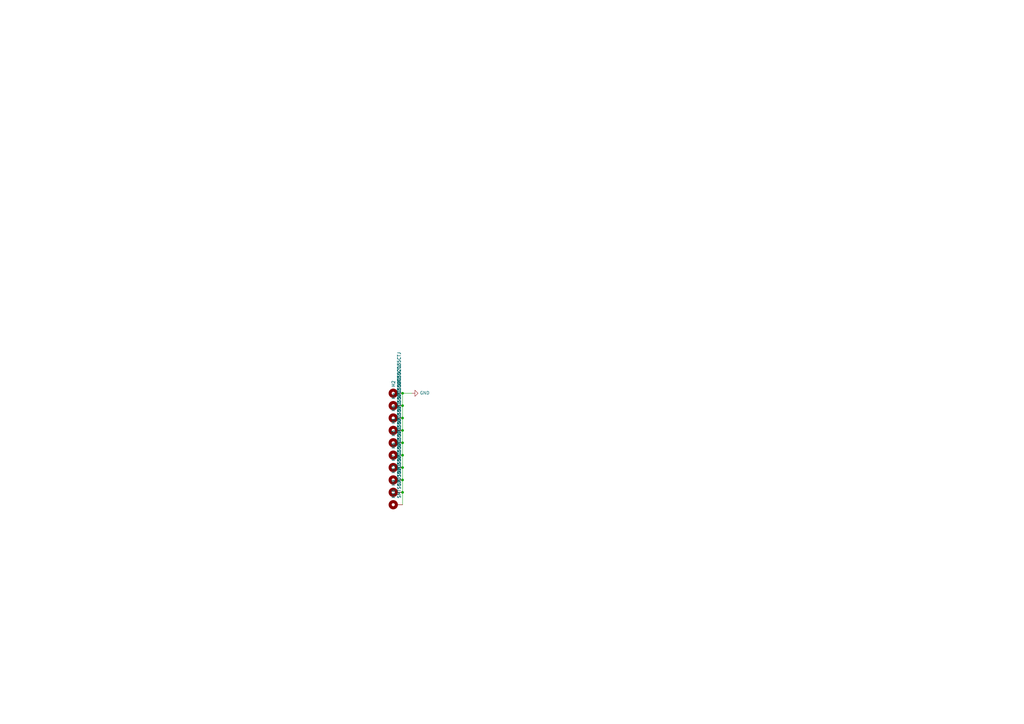
<source format=kicad_sch>
(kicad_sch (version 20231120) (generator "eeschema") (generator_version "8.0")
  (paper "A3")
  (lib_symbols
    (symbol "Mechanical:MountingHole_Pad" (pin_numbers hide) (pin_names (offset 1.016) hide)
      (property "Reference" "H" (at 0 6.35 0))
      (property "Value" "MountingHole_Pad" (at 0 4.445 0))
      (symbol "MountingHole_Pad_0_1"
        (circle (center 0 1.27) (radius 1.27) (stroke (width 1.27)))
      )
      (symbol "MountingHole_Pad_1_1"
        (pin input line (at 0 -2.54 90) (length 2.54) (name "1") (number "1"))
      )
    )
    (symbol "power:GND" (power) (pin_names (offset 0))
      (property "Value" "GND" (at 0 -3.81 0))
      (symbol "GND_0_1"
        (polyline (pts (xy 0 0) (xy 0 -1.27) (xy 1.27 -1.27) (xy 0 -2.54) (xy -1.27 -1.27) (xy 0 -1.27)))
      )
      (symbol "GND_1_1"
        (pin power_in line (at 0 0 270) (length 0) hide (name "GND") (number "1"))
      )
    )
  )
  (junction (at 165.1 166.37))
  (junction (at 165.1 196.85))
  (junction (at 165.1 176.53))
  (junction (at 165.1 171.45))
  (junction (at 165.1 161.29))
  (junction (at 165.1 186.69))
  (junction (at 165.1 181.61))
  (junction (at 165.1 201.93))
  (junction (at 165.1 191.77))
  (wire (pts (xy 165.1 191.77) (xy 165.1 186.69)))
  (wire (pts (xy 165.1 161.29) (xy 168.91 161.29)))
  (wire (pts (xy 165.1 166.37) (xy 165.1 161.29)))
  (wire (pts (xy 165.1 186.69) (xy 165.1 181.61)))
  (wire (pts (xy 165.1 176.53) (xy 165.1 171.45)))
  (wire (pts (xy 165.1 171.45) (xy 165.1 166.37)))
  (wire (pts (xy 165.1 196.85) (xy 165.1 191.77)))
  (wire (pts (xy 165.1 201.93) (xy 165.1 196.85)))
  (wire (pts (xy 165.1 207.01) (xy 165.1 201.93)))
  (wire (pts (xy 165.1 181.61) (xy 165.1 176.53)))
  (symbol (lib_id "Mechanical:MountingHole_Pad") (at 162.56 176.53 90) (unit 1)
    (property "Reference" "H1" (at 161.3916 173.99 0) (effects (justify left)))
    (property "Value" "SMTSO2035CTJ" (at 163.703 173.99 0) (effects (justify left)))
    (property "Footprint" "MountingHole:MountingHole_2.2mm_M2" (effects (hide yes)))
  )
  (symbol (lib_id "Mechanical:MountingHole_Pad") (at 162.56 181.61 90) (unit 1)
    (property "Reference" "H3" (at 161.3916 179.07 0) (effects (justify left)))
    (property "Value" "SMTSO2035CTJ" (at 163.703 179.07 0) (effects (justify left)))
    (property "Footprint" "MountingHole:MountingHole_2.2mm_M2" (effects (hide yes)))
  )
  (symbol (lib_id "Mechanical:MountingHole_Pad") (at 162.56 186.69 90) (unit 1)
    (property "Reference" "H5" (at 161.3916 184.15 0) (effects (justify left)))
    (property "Value" "SMTSO2035CTJ" (at 163.703 184.15 0) (effects (justify left)))
    (property "Footprint" "MountingHole:MountingHole_2.2mm_M2" (effects (hide yes)))
  )
  (symbol (lib_id "Mechanical:MountingHole_Pad") (at 162.56 191.77 90) (unit 1)
    (property "Reference" "H7" (at 161.3916 189.23 0) (effects (justify left)))
    (property "Value" "SMTSO2035CTJ" (at 163.703 189.23 0) (effects (justify left)))
    (property "Footprint" "MountingHole:MountingHole_2.2mm_M2" (effects (hide yes)))
  )
  (symbol (lib_id "Mechanical:MountingHole_Pad") (at 162.56 201.93 90) (unit 1)
    (property "Reference" "H9" (at 161.3916 199.39 0) (effects (justify left)))
    (property "Value" "SMTSO2035CTJ" (at 163.703 199.39 0) (effects (justify left)))
    (property "Footprint" "MountingHole:MountingHole_2.2mm_M2" (effects (hide yes)))
  )
  (symbol (lib_id "Mechanical:MountingHole_Pad") (at 162.56 207.01 90) (unit 1)
    (property "Reference" "H10" (at 161.3916 204.47 0) (effects (justify left)))
    (property "Value" "SMTSO2035CTJ" (at 163.703 204.47 0) (effects (justify left)))
    (property "Footprint" "MountingHole:MountingHole_2.2mm_M2" (effects (hide yes)))
  )
  (symbol (lib_id "Mechanical:MountingHole_Pad") (at 162.56 161.29 90) (unit 1)
    (property "Reference" "H2" (at 161.3916 158.75 0) (effects (justify left)))
    (property "Value" "SMTSO2035CTJ" (at 163.703 158.75 0) (effects (justify left)))
    (property "Footprint" "MountingHole:MountingHole_2.2mm_M2" (effects (hide yes)))
  )
  (symbol (lib_id "Mechanical:MountingHole_Pad") (at 162.56 166.37 90) (unit 1)
    (property "Reference" "H4" (at 161.3916 163.83 0) (effects (justify left)))
    (property "Value" "SMTSO2035CTJ" (at 163.703 163.83 0) (effects (justify left)))
    (property "Footprint" "MountingHole:MountingHole_2.2mm_M2" (effects (hide yes)))
  )
  (symbol (lib_id "Mechanical:MountingHole_Pad") (at 162.56 171.45 90) (unit 1)
    (property "Reference" "H6" (at 161.3916 168.91 0) (effects (justify left)))
    (property "Value" "SMTSO2035CTJ" (at 163.703 168.91 0) (effects (justify left)))
    (property "Footprint" "MountingHole:MountingHole_2.2mm_M2" (effects (hide yes)))
  )
  (symbol (lib_id "Mechanical:MountingHole_Pad") (at 162.56 196.85 90) (unit 1)
    (property "Reference" "H11" (at 161.3916 194.31 0) (effects (justify left)))
    (property "Value" "SMTSO2035CTJ" (at 163.703 194.31 0) (effects (justify left)))
    (property "Footprint" "MountingHole:MountingHole_2.2mm_M2" (effects (hide yes)))
  )
  (symbol (lib_id "power:GND") (at 168.91 161.29 90) (unit 1)
    (property "Reference" "#PWR0101" (effects (hide yes)))
    (property "Value" "GND" (at 172.1612 161.163 90) (effects (justify right)))
  )
)
</source>
